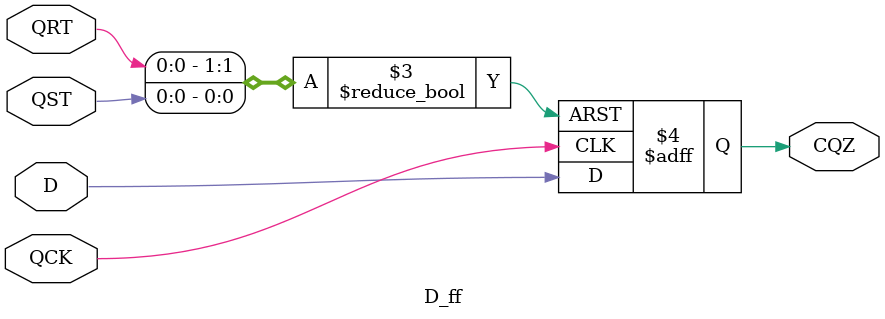
<source format=v>

module lut4_8ffs(qck, qst, qrt,c, d_out);
   // Port Declaration
   input   qck;
   input [0:7]c;
   input   qst,qrt;
   output  [0:7]d_out;
   
genvar i;
generate for (i = 0; i < 8; i = i + 1) begin
   D_ff dut(.D(c[i]),.QCK(qck),.QRT(qrt),.QST(qst),.CQZ(d_out[i]));
   
end endgenerate
endmodule


module D_ff(input QCK,QRT,QST,D, output CQZ);

always @ (posedge QCK or posedge QST or posedge QRT)

begin
if (QST)
	CQZ <= 1'b1;
else if(QRT)
	CQZ <= 1'b1;
else
CQZ <= D;
end
endmodule

</source>
